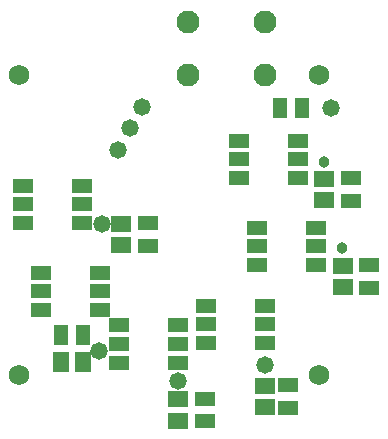
<source format=gbs>
G04*
G04 #@! TF.GenerationSoftware,Altium Limited,Altium Designer,20.0.14 (345)*
G04*
G04 Layer_Color=16711935*
%FSLAX25Y25*%
%MOIN*%
G70*
G01*
G75*
%ADD17C,0.07690*%
%ADD18C,0.06800*%
%ADD19C,0.05800*%
%ADD20C,0.03800*%
%ADD30R,0.04737X0.06509*%
%ADD31R,0.06509X0.05328*%
%ADD32R,0.05328X0.06509*%
%ADD33R,0.06509X0.04737*%
%ADD34R,0.06706X0.04737*%
D17*
X81205Y125142D02*
D03*
X106795D02*
D03*
X81205Y142858D02*
D03*
X106795D02*
D03*
D18*
X125000Y25000D02*
D03*
Y125000D02*
D03*
X25000D02*
D03*
Y25000D02*
D03*
D19*
X52461Y75543D02*
D03*
X51500Y33000D02*
D03*
X62000Y107500D02*
D03*
X58000Y100000D02*
D03*
X66000Y114500D02*
D03*
X129000Y114000D02*
D03*
X78000Y23004D02*
D03*
X107000Y28504D02*
D03*
D20*
X132500Y67500D02*
D03*
X126500Y96000D02*
D03*
D30*
X119240Y114000D02*
D03*
X111760D02*
D03*
X46240Y38500D02*
D03*
X38760D02*
D03*
D31*
X59000Y75543D02*
D03*
Y68457D02*
D03*
X78000Y17043D02*
D03*
Y9957D02*
D03*
X107000Y21543D02*
D03*
Y14457D02*
D03*
X133000Y61543D02*
D03*
Y54457D02*
D03*
X126500Y90543D02*
D03*
Y83457D02*
D03*
D32*
X46043Y29500D02*
D03*
X38957D02*
D03*
D33*
X87000Y17240D02*
D03*
Y9760D02*
D03*
X114500Y21740D02*
D03*
Y14260D02*
D03*
X141500Y61740D02*
D03*
Y54260D02*
D03*
X68000Y75740D02*
D03*
Y68260D02*
D03*
X135500Y90740D02*
D03*
Y83260D02*
D03*
D34*
X77764Y35500D02*
D03*
Y41799D02*
D03*
Y29201D02*
D03*
X58236Y41799D02*
D03*
Y35500D02*
D03*
Y29201D02*
D03*
X51764Y53000D02*
D03*
Y59299D02*
D03*
Y46701D02*
D03*
X32236Y59299D02*
D03*
Y53000D02*
D03*
Y46701D02*
D03*
X117764Y97000D02*
D03*
Y103299D02*
D03*
Y90701D02*
D03*
X98236Y103299D02*
D03*
Y97000D02*
D03*
Y90701D02*
D03*
X123764Y68000D02*
D03*
Y74299D02*
D03*
Y61701D02*
D03*
X104236Y74299D02*
D03*
Y68000D02*
D03*
Y61701D02*
D03*
X106764Y42000D02*
D03*
Y48299D02*
D03*
Y35701D02*
D03*
X87236Y48299D02*
D03*
Y42000D02*
D03*
Y35701D02*
D03*
X45764Y82000D02*
D03*
Y88299D02*
D03*
Y75701D02*
D03*
X26236Y88299D02*
D03*
Y82000D02*
D03*
Y75701D02*
D03*
M02*

</source>
